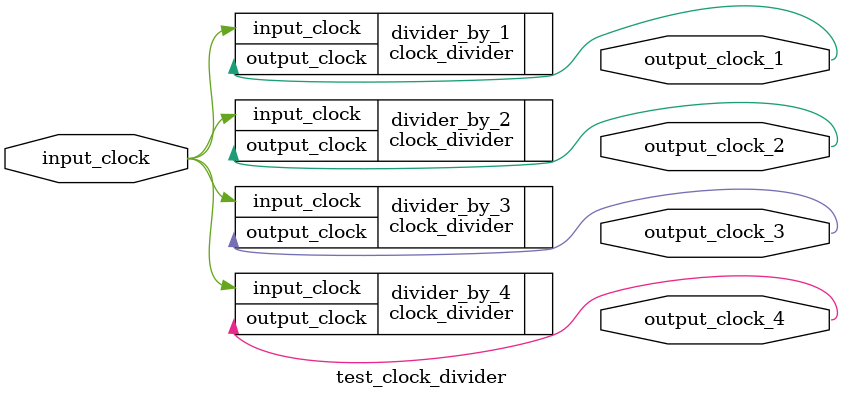
<source format=v>
`timescale 1ns / 1ps


module test_clock_divider
(
    input input_clock,
    output output_clock_1,
    output output_clock_2,
    output output_clock_3,
    output output_clock_4
);

    clock_divider #(.clock_division(1)) divider_by_1  (.input_clock(input_clock), .output_clock(output_clock_1));
    clock_divider #(.clock_division(2)) divider_by_2  (.input_clock(input_clock), .output_clock(output_clock_2));
    clock_divider #(.clock_division(3)) divider_by_3  (.input_clock(input_clock), .output_clock(output_clock_3));
    clock_divider #(.clock_division(4)) divider_by_4  (.input_clock(input_clock), .output_clock(output_clock_4));
endmodule

</source>
